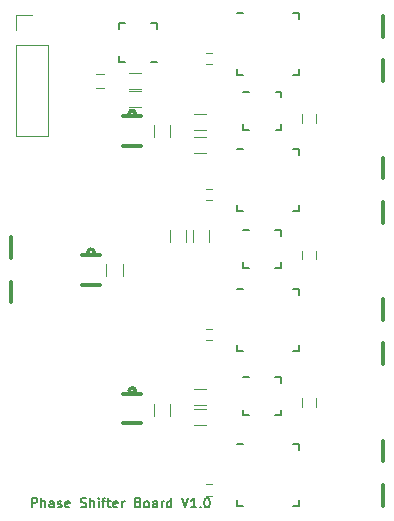
<source format=gto>
G04 #@! TF.FileFunction,Legend,Top*
%FSLAX46Y46*%
G04 Gerber Fmt 4.6, Leading zero omitted, Abs format (unit mm)*
G04 Created by KiCad (PCBNEW 4.0.6-e0-6349~53~ubuntu14.04.1) date Thu Apr 13 01:04:39 2017*
%MOMM*%
%LPD*%
G01*
G04 APERTURE LIST*
%ADD10C,0.100000*%
%ADD11C,0.200000*%
%ADD12C,0.300000*%
%ADD13C,0.120000*%
%ADD14C,0.150000*%
G04 APERTURE END LIST*
D10*
D11*
X98976189Y-154861905D02*
X98976189Y-154061905D01*
X99280951Y-154061905D01*
X99357142Y-154100000D01*
X99395237Y-154138095D01*
X99433332Y-154214286D01*
X99433332Y-154328571D01*
X99395237Y-154404762D01*
X99357142Y-154442857D01*
X99280951Y-154480952D01*
X98976189Y-154480952D01*
X99776189Y-154861905D02*
X99776189Y-154061905D01*
X100119046Y-154861905D02*
X100119046Y-154442857D01*
X100080951Y-154366667D01*
X100004761Y-154328571D01*
X99890475Y-154328571D01*
X99814284Y-154366667D01*
X99776189Y-154404762D01*
X100842856Y-154861905D02*
X100842856Y-154442857D01*
X100804761Y-154366667D01*
X100728571Y-154328571D01*
X100576190Y-154328571D01*
X100499999Y-154366667D01*
X100842856Y-154823810D02*
X100766666Y-154861905D01*
X100576190Y-154861905D01*
X100499999Y-154823810D01*
X100461904Y-154747619D01*
X100461904Y-154671429D01*
X100499999Y-154595238D01*
X100576190Y-154557143D01*
X100766666Y-154557143D01*
X100842856Y-154519048D01*
X101185714Y-154823810D02*
X101261904Y-154861905D01*
X101414285Y-154861905D01*
X101490476Y-154823810D01*
X101528571Y-154747619D01*
X101528571Y-154709524D01*
X101490476Y-154633333D01*
X101414285Y-154595238D01*
X101300000Y-154595238D01*
X101223809Y-154557143D01*
X101185714Y-154480952D01*
X101185714Y-154442857D01*
X101223809Y-154366667D01*
X101300000Y-154328571D01*
X101414285Y-154328571D01*
X101490476Y-154366667D01*
X102176190Y-154823810D02*
X102100000Y-154861905D01*
X101947619Y-154861905D01*
X101871428Y-154823810D01*
X101833333Y-154747619D01*
X101833333Y-154442857D01*
X101871428Y-154366667D01*
X101947619Y-154328571D01*
X102100000Y-154328571D01*
X102176190Y-154366667D01*
X102214285Y-154442857D01*
X102214285Y-154519048D01*
X101833333Y-154595238D01*
X103128571Y-154823810D02*
X103242857Y-154861905D01*
X103433333Y-154861905D01*
X103509523Y-154823810D01*
X103547619Y-154785714D01*
X103585714Y-154709524D01*
X103585714Y-154633333D01*
X103547619Y-154557143D01*
X103509523Y-154519048D01*
X103433333Y-154480952D01*
X103280952Y-154442857D01*
X103204761Y-154404762D01*
X103166666Y-154366667D01*
X103128571Y-154290476D01*
X103128571Y-154214286D01*
X103166666Y-154138095D01*
X103204761Y-154100000D01*
X103280952Y-154061905D01*
X103471428Y-154061905D01*
X103585714Y-154100000D01*
X103928571Y-154861905D02*
X103928571Y-154061905D01*
X104271428Y-154861905D02*
X104271428Y-154442857D01*
X104233333Y-154366667D01*
X104157143Y-154328571D01*
X104042857Y-154328571D01*
X103966666Y-154366667D01*
X103928571Y-154404762D01*
X104652381Y-154861905D02*
X104652381Y-154328571D01*
X104652381Y-154061905D02*
X104614286Y-154100000D01*
X104652381Y-154138095D01*
X104690476Y-154100000D01*
X104652381Y-154061905D01*
X104652381Y-154138095D01*
X104919047Y-154328571D02*
X105223809Y-154328571D01*
X105033333Y-154861905D02*
X105033333Y-154176190D01*
X105071428Y-154100000D01*
X105147619Y-154061905D01*
X105223809Y-154061905D01*
X105376190Y-154328571D02*
X105680952Y-154328571D01*
X105490476Y-154061905D02*
X105490476Y-154747619D01*
X105528571Y-154823810D01*
X105604762Y-154861905D01*
X105680952Y-154861905D01*
X106252381Y-154823810D02*
X106176191Y-154861905D01*
X106023810Y-154861905D01*
X105947619Y-154823810D01*
X105909524Y-154747619D01*
X105909524Y-154442857D01*
X105947619Y-154366667D01*
X106023810Y-154328571D01*
X106176191Y-154328571D01*
X106252381Y-154366667D01*
X106290476Y-154442857D01*
X106290476Y-154519048D01*
X105909524Y-154595238D01*
X106633333Y-154861905D02*
X106633333Y-154328571D01*
X106633333Y-154480952D02*
X106671428Y-154404762D01*
X106709524Y-154366667D01*
X106785714Y-154328571D01*
X106861905Y-154328571D01*
X108004762Y-154442857D02*
X108119048Y-154480952D01*
X108157143Y-154519048D01*
X108195238Y-154595238D01*
X108195238Y-154709524D01*
X108157143Y-154785714D01*
X108119048Y-154823810D01*
X108042857Y-154861905D01*
X107738095Y-154861905D01*
X107738095Y-154061905D01*
X108004762Y-154061905D01*
X108080952Y-154100000D01*
X108119048Y-154138095D01*
X108157143Y-154214286D01*
X108157143Y-154290476D01*
X108119048Y-154366667D01*
X108080952Y-154404762D01*
X108004762Y-154442857D01*
X107738095Y-154442857D01*
X108652381Y-154861905D02*
X108576190Y-154823810D01*
X108538095Y-154785714D01*
X108500000Y-154709524D01*
X108500000Y-154480952D01*
X108538095Y-154404762D01*
X108576190Y-154366667D01*
X108652381Y-154328571D01*
X108766667Y-154328571D01*
X108842857Y-154366667D01*
X108880952Y-154404762D01*
X108919048Y-154480952D01*
X108919048Y-154709524D01*
X108880952Y-154785714D01*
X108842857Y-154823810D01*
X108766667Y-154861905D01*
X108652381Y-154861905D01*
X109604762Y-154861905D02*
X109604762Y-154442857D01*
X109566667Y-154366667D01*
X109490477Y-154328571D01*
X109338096Y-154328571D01*
X109261905Y-154366667D01*
X109604762Y-154823810D02*
X109528572Y-154861905D01*
X109338096Y-154861905D01*
X109261905Y-154823810D01*
X109223810Y-154747619D01*
X109223810Y-154671429D01*
X109261905Y-154595238D01*
X109338096Y-154557143D01*
X109528572Y-154557143D01*
X109604762Y-154519048D01*
X109985715Y-154861905D02*
X109985715Y-154328571D01*
X109985715Y-154480952D02*
X110023810Y-154404762D01*
X110061906Y-154366667D01*
X110138096Y-154328571D01*
X110214287Y-154328571D01*
X110823810Y-154861905D02*
X110823810Y-154061905D01*
X110823810Y-154823810D02*
X110747620Y-154861905D01*
X110595239Y-154861905D01*
X110519048Y-154823810D01*
X110480953Y-154785714D01*
X110442858Y-154709524D01*
X110442858Y-154480952D01*
X110480953Y-154404762D01*
X110519048Y-154366667D01*
X110595239Y-154328571D01*
X110747620Y-154328571D01*
X110823810Y-154366667D01*
X111700001Y-154061905D02*
X111966668Y-154861905D01*
X112233335Y-154061905D01*
X112919049Y-154861905D02*
X112461906Y-154861905D01*
X112690477Y-154861905D02*
X112690477Y-154061905D01*
X112614287Y-154176190D01*
X112538096Y-154252381D01*
X112461906Y-154290476D01*
X113261906Y-154785714D02*
X113300001Y-154823810D01*
X113261906Y-154861905D01*
X113223811Y-154823810D01*
X113261906Y-154785714D01*
X113261906Y-154861905D01*
X113795239Y-154061905D02*
X113871430Y-154061905D01*
X113947620Y-154100000D01*
X113985715Y-154138095D01*
X114023811Y-154214286D01*
X114061906Y-154366667D01*
X114061906Y-154557143D01*
X114023811Y-154709524D01*
X113985715Y-154785714D01*
X113947620Y-154823810D01*
X113871430Y-154861905D01*
X113795239Y-154861905D01*
X113719049Y-154823810D01*
X113680953Y-154785714D01*
X113642858Y-154709524D01*
X113604763Y-154557143D01*
X113604763Y-154366667D01*
X113642858Y-154214286D01*
X113680953Y-154138095D01*
X113719049Y-154100000D01*
X113795239Y-154061905D01*
D12*
X128750000Y-138975000D02*
X128750000Y-137225000D01*
X128750000Y-142725000D02*
X128750000Y-140975000D01*
X97250000Y-135750000D02*
X97250000Y-137500000D01*
X97250000Y-132000000D02*
X97250000Y-133750000D01*
X128750000Y-150975000D02*
X128750000Y-149225000D01*
X128750000Y-154725000D02*
X128750000Y-152975000D01*
D13*
X113750000Y-140728800D02*
X114250000Y-140728800D01*
X114250000Y-139788800D02*
X113750000Y-139788800D01*
X123100000Y-121595400D02*
X123100000Y-122295400D01*
X121900000Y-122295400D02*
X121900000Y-121595400D01*
X113750000Y-117360800D02*
X114250000Y-117360800D01*
X114250000Y-116420800D02*
X113750000Y-116420800D01*
X121900000Y-146323800D02*
X121900000Y-145623800D01*
X123100000Y-145623800D02*
X123100000Y-146323800D01*
X113750000Y-128867000D02*
X114250000Y-128867000D01*
X114250000Y-127927000D02*
X113750000Y-127927000D01*
X105100000Y-119350000D02*
X104400000Y-119350000D01*
X104400000Y-118150000D02*
X105100000Y-118150000D01*
X121900000Y-133850000D02*
X121900000Y-133150000D01*
X123100000Y-133150000D02*
X123100000Y-133850000D01*
X113750000Y-153860600D02*
X114250000Y-153860600D01*
X114250000Y-152920600D02*
X113750000Y-152920600D01*
D12*
X128750000Y-115000000D02*
X128750000Y-113250000D01*
X128750000Y-118750000D02*
X128750000Y-117000000D01*
X128750000Y-127000000D02*
X128750000Y-125250000D01*
X128750000Y-130750000D02*
X128750000Y-129000000D01*
D13*
X97670000Y-115730000D02*
X97670000Y-123410000D01*
X97670000Y-123410000D02*
X100330000Y-123410000D01*
X100330000Y-123410000D02*
X100330000Y-115730000D01*
X100330000Y-115730000D02*
X97670000Y-115730000D01*
X97670000Y-114460000D02*
X97670000Y-113130000D01*
X97670000Y-113130000D02*
X99000000Y-113130000D01*
X108250000Y-119430000D02*
X107250000Y-119430000D01*
X107250000Y-118070000D02*
X108250000Y-118070000D01*
X107250000Y-119570000D02*
X108250000Y-119570000D01*
X108250000Y-120930000D02*
X107250000Y-120930000D01*
X113733200Y-122930200D02*
X112733200Y-122930200D01*
X112733200Y-121570200D02*
X113733200Y-121570200D01*
X112758600Y-123526000D02*
X113758600Y-123526000D01*
X113758600Y-124886000D02*
X112758600Y-124886000D01*
X106680000Y-134250000D02*
X106680000Y-135250000D01*
X105320000Y-135250000D02*
X105320000Y-134250000D01*
X110680000Y-146100200D02*
X110680000Y-147100200D01*
X109320000Y-147100200D02*
X109320000Y-146100200D01*
X110680000Y-122500000D02*
X110680000Y-123500000D01*
X109320000Y-123500000D02*
X109320000Y-122500000D01*
X110699000Y-132351400D02*
X110699000Y-131351400D01*
X112059000Y-131351400D02*
X112059000Y-132351400D01*
X114014800Y-131351400D02*
X114014800Y-132351400D01*
X112654800Y-132351400D02*
X112654800Y-131351400D01*
X113758600Y-146222000D02*
X112758600Y-146222000D01*
X112758600Y-144862000D02*
X113758600Y-144862000D01*
X112746600Y-146563800D02*
X113746600Y-146563800D01*
X113746600Y-147923800D02*
X112746600Y-147923800D01*
D14*
X106375000Y-117125000D02*
X106375000Y-116625000D01*
X109625000Y-113875000D02*
X109625000Y-114375000D01*
X106375000Y-113875000D02*
X106375000Y-114375000D01*
X109625000Y-117125000D02*
X109125000Y-117125000D01*
X109625000Y-113875000D02*
X109125000Y-113875000D01*
X106375000Y-113875000D02*
X106875000Y-113875000D01*
X106375000Y-117125000D02*
X106875000Y-117125000D01*
X121625000Y-113012500D02*
X121625000Y-113537500D01*
X116375000Y-118262500D02*
X116375000Y-117737500D01*
X121625000Y-118262500D02*
X121625000Y-117737500D01*
X116375000Y-113012500D02*
X116900000Y-113012500D01*
X116375000Y-118262500D02*
X116900000Y-118262500D01*
X121625000Y-118262500D02*
X121100000Y-118262500D01*
X121625000Y-113012500D02*
X121100000Y-113012500D01*
X120134200Y-119652800D02*
X120134200Y-120152800D01*
X116884200Y-122902800D02*
X116884200Y-122402800D01*
X120134200Y-122902800D02*
X120134200Y-122402800D01*
X116884200Y-119652800D02*
X117384200Y-119652800D01*
X116884200Y-122902800D02*
X117384200Y-122902800D01*
X120134200Y-122902800D02*
X119634200Y-122902800D01*
X120134200Y-119652800D02*
X119634200Y-119652800D01*
X121625000Y-124512500D02*
X121625000Y-125037500D01*
X116375000Y-129762500D02*
X116375000Y-129237500D01*
X121625000Y-129762500D02*
X121625000Y-129237500D01*
X116375000Y-124512500D02*
X116900000Y-124512500D01*
X116375000Y-129762500D02*
X116900000Y-129762500D01*
X121625000Y-129762500D02*
X121100000Y-129762500D01*
X121625000Y-124512500D02*
X121100000Y-124512500D01*
D12*
X104250000Y-133250000D02*
G75*
G03X104250000Y-133250000I-250000J0D01*
G01*
X104750000Y-136000000D02*
X103250000Y-136000000D01*
X104750000Y-133500000D02*
X103250000Y-133500000D01*
X107750000Y-145000000D02*
G75*
G03X107750000Y-145000000I-250000J0D01*
G01*
X108250000Y-147750000D02*
X106750000Y-147750000D01*
X108250000Y-145250000D02*
X106750000Y-145250000D01*
X107750000Y-121500000D02*
G75*
G03X107750000Y-121500000I-250000J0D01*
G01*
X108250000Y-124250000D02*
X106750000Y-124250000D01*
X108250000Y-121750000D02*
X106750000Y-121750000D01*
D14*
X120125000Y-131375000D02*
X120125000Y-131875000D01*
X116875000Y-134625000D02*
X116875000Y-134125000D01*
X120125000Y-134625000D02*
X120125000Y-134125000D01*
X116875000Y-131375000D02*
X117375000Y-131375000D01*
X116875000Y-134625000D02*
X117375000Y-134625000D01*
X120125000Y-134625000D02*
X119625000Y-134625000D01*
X120125000Y-131375000D02*
X119625000Y-131375000D01*
X121625000Y-136375000D02*
X121625000Y-136900000D01*
X116375000Y-141625000D02*
X116375000Y-141100000D01*
X121625000Y-141625000D02*
X121625000Y-141100000D01*
X116375000Y-136375000D02*
X116900000Y-136375000D01*
X116375000Y-141625000D02*
X116900000Y-141625000D01*
X121625000Y-141625000D02*
X121100000Y-141625000D01*
X121625000Y-136375000D02*
X121100000Y-136375000D01*
X120125000Y-143825000D02*
X120125000Y-144325000D01*
X116875000Y-147075000D02*
X116875000Y-146575000D01*
X120125000Y-147075000D02*
X120125000Y-146575000D01*
X116875000Y-143825000D02*
X117375000Y-143825000D01*
X116875000Y-147075000D02*
X117375000Y-147075000D01*
X120125000Y-147075000D02*
X119625000Y-147075000D01*
X120125000Y-143825000D02*
X119625000Y-143825000D01*
X121625000Y-149512500D02*
X121625000Y-150037500D01*
X116375000Y-154762500D02*
X116375000Y-154237500D01*
X121625000Y-154762500D02*
X121625000Y-154237500D01*
X116375000Y-149512500D02*
X116900000Y-149512500D01*
X116375000Y-154762500D02*
X116900000Y-154762500D01*
X121625000Y-154762500D02*
X121100000Y-154762500D01*
X121625000Y-149512500D02*
X121100000Y-149512500D01*
M02*

</source>
